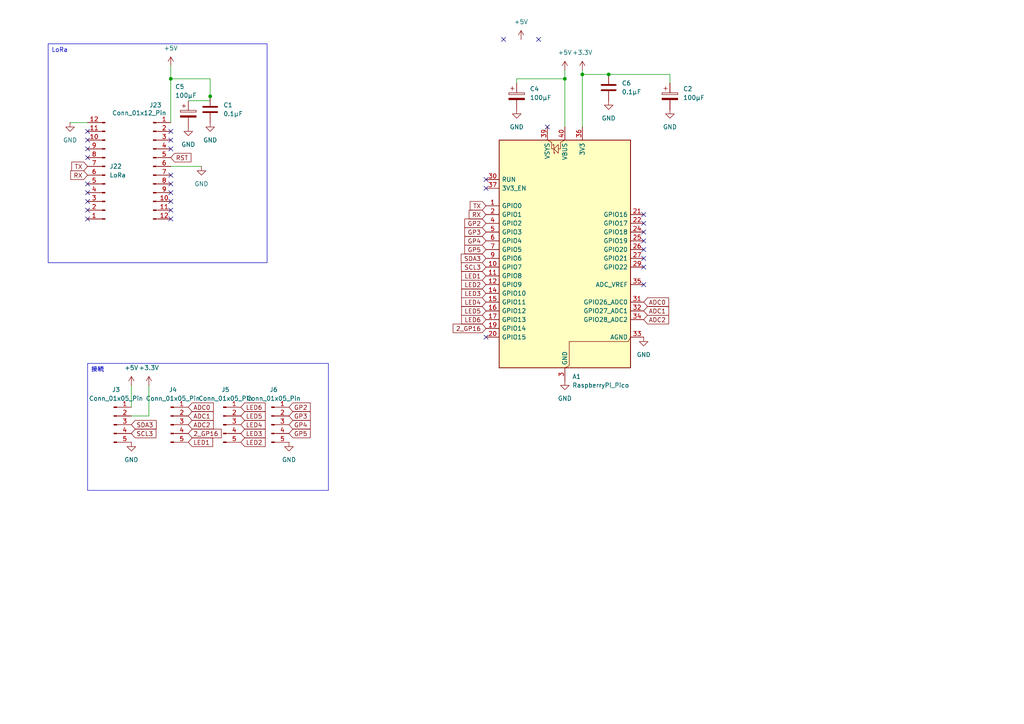
<source format=kicad_sch>
(kicad_sch (version 20250114) (generator "eeschema") (generator_version "9.0")
  (paper "A4")
  (lib_symbols
    (symbol "Connector:Conn_01x05_Pin" (pin_names (offset 1.016) (hide yes))
      (property "Reference" "J" (at 0 7.62 0))
      (property "Value" "Conn_01x05_Pin" (at 0 -7.62 0))
      (symbol "Conn_01x05_Pin_1_1"
        (rectangle (start 0.8636 5.207) (end 0 4.953) (stroke (width 0.1524)) (fill (type outline)))
        (rectangle (start 0.8636 2.667) (end 0 2.413) (stroke (width 0.1524)) (fill (type outline)))
        (rectangle (start 0.8636 0.127) (end 0 -0.127) (stroke (width 0.1524)) (fill (type outline)))
        (rectangle (start 0.8636 -2.413) (end 0 -2.667) (stroke (width 0.1524)) (fill (type outline)))
        (rectangle (start 0.8636 -4.953) (end 0 -5.207) (stroke (width 0.1524)) (fill (type outline)))
        (polyline (pts (xy 1.27 5.08) (xy 0.8636 5.08)) (stroke (width 0.1524)))
        (polyline (pts (xy 1.27 2.54) (xy 0.8636 2.54)) (stroke (width 0.1524)))
        (polyline (pts (xy 1.27 0) (xy 0.8636 0)) (stroke (width 0.1524)))
        (polyline (pts (xy 1.27 -2.54) (xy 0.8636 -2.54)) (stroke (width 0.1524)))
        (polyline (pts (xy 1.27 -5.08) (xy 0.8636 -5.08)) (stroke (width 0.1524)))
        (pin passive line (at 5.08 5.08 180) (length 3.81) (name "Pin_1") (number "1"))
        (pin passive line (at 5.08 2.54 180) (length 3.81) (name "Pin_2") (number "2"))
        (pin passive line (at 5.08 0 180) (length 3.81) (name "Pin_3") (number "3"))
        (pin passive line (at 5.08 -2.54 180) (length 3.81) (name "Pin_4") (number "4"))
        (pin passive line (at 5.08 -5.08 180) (length 3.81) (name "Pin_5") (number "5"))
      )
    )
    (symbol "Connector:Conn_01x12_Pin" (pin_names (offset 1.016) (hide yes))
      (property "Reference" "J" (at 0 15.24 0))
      (property "Value" "Conn_01x12_Pin" (at 0 -17.78 0))
      (symbol "Conn_01x12_Pin_1_1"
        (rectangle (start 0.8636 12.827) (end 0 12.573) (stroke (width 0.1524)) (fill (type outline)))
        (rectangle (start 0.8636 10.287) (end 0 10.033) (stroke (width 0.1524)) (fill (type outline)))
        (rectangle (start 0.8636 7.747) (end 0 7.493) (stroke (width 0.1524)) (fill (type outline)))
        (rectangle (start 0.8636 5.207) (end 0 4.953) (stroke (width 0.1524)) (fill (type outline)))
        (rectangle (start 0.8636 2.667) (end 0 2.413) (stroke (width 0.1524)) (fill (type outline)))
        (rectangle (start 0.8636 0.127) (end 0 -0.127) (stroke (width 0.1524)) (fill (type outline)))
        (rectangle (start 0.8636 -2.413) (end 0 -2.667) (stroke (width 0.1524)) (fill (type outline)))
        (rectangle (start 0.8636 -4.953) (end 0 -5.207) (stroke (width 0.1524)) (fill (type outline)))
        (rectangle (start 0.8636 -7.493) (end 0 -7.747) (stroke (width 0.1524)) (fill (type outline)))
        (rectangle (start 0.8636 -10.033) (end 0 -10.287) (stroke (width 0.1524)) (fill (type outline)))
        (rectangle (start 0.8636 -12.573) (end 0 -12.827) (stroke (width 0.1524)) (fill (type outline)))
        (rectangle (start 0.8636 -15.113) (end 0 -15.367) (stroke (width 0.1524)) (fill (type outline)))
        (polyline (pts (xy 1.27 12.7) (xy 0.8636 12.7)) (stroke (width 0.1524)))
        (polyline (pts (xy 1.27 10.16) (xy 0.8636 10.16)) (stroke (width 0.1524)))
        (polyline (pts (xy 1.27 7.62) (xy 0.8636 7.62)) (stroke (width 0.1524)))
        (polyline (pts (xy 1.27 5.08) (xy 0.8636 5.08)) (stroke (width 0.1524)))
        (polyline (pts (xy 1.27 2.54) (xy 0.8636 2.54)) (stroke (width 0.1524)))
        (polyline (pts (xy 1.27 0) (xy 0.8636 0)) (stroke (width 0.1524)))
        (polyline (pts (xy 1.27 -2.54) (xy 0.8636 -2.54)) (stroke (width 0.1524)))
        (polyline (pts (xy 1.27 -5.08) (xy 0.8636 -5.08)) (stroke (width 0.1524)))
        (polyline (pts (xy 1.27 -7.62) (xy 0.8636 -7.62)) (stroke (width 0.1524)))
        (polyline (pts (xy 1.27 -10.16) (xy 0.8636 -10.16)) (stroke (width 0.1524)))
        (polyline (pts (xy 1.27 -12.7) (xy 0.8636 -12.7)) (stroke (width 0.1524)))
        (polyline (pts (xy 1.27 -15.24) (xy 0.8636 -15.24)) (stroke (width 0.1524)))
        (pin passive line (at 5.08 12.7 180) (length 3.81) (name "Pin_1") (number "1"))
        (pin passive line (at 5.08 10.16 180) (length 3.81) (name "Pin_2") (number "2"))
        (pin passive line (at 5.08 7.62 180) (length 3.81) (name "Pin_3") (number "3"))
        (pin passive line (at 5.08 5.08 180) (length 3.81) (name "Pin_4") (number "4"))
        (pin passive line (at 5.08 2.54 180) (length 3.81) (name "Pin_5") (number "5"))
        (pin passive line (at 5.08 0 180) (length 3.81) (name "Pin_6") (number "6"))
        (pin passive line (at 5.08 -2.54 180) (length 3.81) (name "Pin_7") (number "7"))
        (pin passive line (at 5.08 -5.08 180) (length 3.81) (name "Pin_8") (number "8"))
        (pin passive line (at 5.08 -7.62 180) (length 3.81) (name "Pin_9") (number "9"))
        (pin passive line (at 5.08 -10.16 180) (length 3.81) (name "Pin_10") (number "10"))
        (pin passive line (at 5.08 -12.7 180) (length 3.81) (name "Pin_11") (number "11"))
        (pin passive line (at 5.08 -15.24 180) (length 3.81) (name "Pin_12") (number "12"))
      )
    )
    (symbol "Device:C" (pin_numbers (hide yes)) (pin_names (offset 0.254))
      (property "Reference" "C" (at 0.635 2.54 0))
      (property "Value" "C" (at 0.635 -2.54 0))
      (symbol "C_0_1"
        (polyline (pts (xy -2.032 0.762) (xy 2.032 0.762)) (stroke (width 0.508)))
        (polyline (pts (xy -2.032 -0.762) (xy 2.032 -0.762)) (stroke (width 0.508)))
      )
      (symbol "C_1_1"
        (pin passive line (at 0 3.81 270) (length 2.794) (name "~") (number "1"))
        (pin passive line (at 0 -3.81 90) (length 2.794) (name "~") (number "2"))
      )
    )
    (symbol "Device:C_Polarized" (pin_numbers (hide yes)) (pin_names (offset 0.254))
      (property "Reference" "C" (at 0.635 2.54 0))
      (property "Value" "C_Polarized" (at 0.635 -2.54 0))
      (symbol "C_Polarized_0_1"
        (rectangle (start -2.286 0.508) (end 2.286 1.016))
        (polyline (pts (xy -1.778 2.286) (xy -0.762 2.286)))
        (polyline (pts (xy -1.27 2.794) (xy -1.27 1.778)))
        (rectangle (start 2.286 -0.508) (end -2.286 -1.016) (fill (type outline)))
      )
      (symbol "C_Polarized_1_1"
        (pin passive line (at 0 3.81 270) (length 2.794) (name "~") (number "1"))
        (pin passive line (at 0 -3.81 90) (length 2.794) (name "~") (number "2"))
      )
    )
    (symbol "MCU_Module:RaspberryPi_Pico" (pin_names (offset 0.762))
      (property "Reference" "A" (at -19.05 35.56 0))
      (property "Value" "RaspberryPi_Pico" (at 7.62 35.56 0))
      (symbol "RaspberryPi_Pico_0_1"
        (rectangle (start -19.05 34.29) (end 19.05 -31.75) (stroke (width 0.254)) (fill (type background)))
        (polyline (pts (xy -5.08 34.29) (xy -3.81 33.655) (xy -3.81 31.75) (xy -3.175 31.75)))
        (polyline (pts (xy -3.429 32.766) (xy -3.429 33.02) (xy -3.175 33.02) (xy -3.175 30.48) (xy -2.921 30.48) (xy -2.921 30.734)))
        (polyline (pts (xy -3.175 31.75) (xy -1.905 33.02) (xy -1.905 30.48) (xy -3.175 31.75)))
        (polyline (pts (xy 0 34.29) (xy -1.27 33.655) (xy -1.27 31.75) (xy -1.905 31.75)))
        (polyline (pts (xy 0 -31.75) (xy 1.27 -31.115) (xy 1.27 -24.13) (xy 18.415 -24.13) (xy 19.05 -22.86)))
      )
      (symbol "RaspberryPi_Pico_1_1"
        (pin passive line (at -22.86 22.86 0) (length 3.81) (name "RUN") (number "30"))
        (pin passive line (at -22.86 20.32 0) (length 3.81) (name "3V3_EN") (number "37"))
        (pin bidirectional line (at -22.86 15.24 0) (length 3.81) (name "GPIO0") (number "1"))
        (pin bidirectional line (at -22.86 12.7 0) (length 3.81) (name "GPIO1") (number "2"))
        (pin bidirectional line (at -22.86 10.16 0) (length 3.81) (name "GPIO2") (number "4"))
        (pin bidirectional line (at -22.86 7.62 0) (length 3.81) (name "GPIO3") (number "5"))
        (pin bidirectional line (at -22.86 5.08 0) (length 3.81) (name "GPIO4") (number "6"))
        (pin bidirectional line (at -22.86 2.54 0) (length 3.81) (name "GPIO5") (number "7"))
        (pin bidirectional line (at -22.86 0 0) (length 3.81) (name "GPIO6") (number "9"))
        (pin bidirectional line (at -22.86 -2.54 0) (length 3.81) (name "GPIO7") (number "10"))
        (pin bidirectional line (at -22.86 -5.08 0) (length 3.81) (name "GPIO8") (number "11"))
        (pin bidirectional line (at -22.86 -7.62 0) (length 3.81) (name "GPIO9") (number "12"))
        (pin bidirectional line (at -22.86 -10.16 0) (length 3.81) (name "GPIO10") (number "14"))
        (pin bidirectional line (at -22.86 -12.7 0) (length 3.81) (name "GPIO11") (number "15"))
        (pin bidirectional line (at -22.86 -15.24 0) (length 3.81) (name "GPIO12") (number "16"))
        (pin bidirectional line (at -22.86 -17.78 0) (length 3.81) (name "GPIO13") (number "17"))
        (pin bidirectional line (at -22.86 -20.32 0) (length 3.81) (name "GPIO14") (number "19"))
        (pin bidirectional line (at -22.86 -22.86 0) (length 3.81) (name "GPIO15") (number "20"))
        (pin power_in line (at -5.08 38.1 270) (length 3.81) (name "VSYS") (number "39"))
        (pin power_out line (at 0 38.1 270) (length 3.81) (name "VBUS") (number "40"))
        (pin passive line (at 0 -35.56 90) (length 3.81) (hide yes) (name "GND") (number "13"))
        (pin passive line (at 0 -35.56 90) (length 3.81) (hide yes) (name "GND") (number "18"))
        (pin passive line (at 0 -35.56 90) (length 3.81) (hide yes) (name "GND") (number "23"))
        (pin passive line (at 0 -35.56 90) (length 3.81) (hide yes) (name "GND") (number "28"))
        (pin power_out line (at 0 -35.56 90) (length 3.81) (name "GND") (number "3"))
        (pin passive line (at 0 -35.56 90) (length 3.81) (hide yes) (name "GND") (number "38"))
        (pin passive line (at 0 -35.56 90) (length 3.81) (hide yes) (name "GND") (number "8"))
        (pin power_out line (at 5.08 38.1 270) (length 3.81) (name "3V3") (number "36"))
        (pin bidirectional line (at 22.86 12.7 180) (length 3.81) (name "GPIO16") (number "21"))
        (pin bidirectional line (at 22.86 10.16 180) (length 3.81) (name "GPIO17") (number "22"))
        (pin bidirectional line (at 22.86 7.62 180) (length 3.81) (name "GPIO18") (number "24"))
        (pin bidirectional line (at 22.86 5.08 180) (length 3.81) (name "GPIO19") (number "25"))
        (pin bidirectional line (at 22.86 2.54 180) (length 3.81) (name "GPIO20") (number "26"))
        (pin bidirectional line (at 22.86 0 180) (length 3.81) (name "GPIO21") (number "27"))
        (pin bidirectional line (at 22.86 -2.54 180) (length 3.81) (name "GPIO22") (number "29"))
        (pin power_in line (at 22.86 -7.62 180) (length 3.81) (name "ADC_VREF") (number "35"))
        (pin bidirectional line (at 22.86 -12.7 180) (length 3.81) (name "GPIO26_ADC0") (number "31"))
        (pin bidirectional line (at 22.86 -15.24 180) (length 3.81) (name "GPIO27_ADC1") (number "32"))
        (pin bidirectional line (at 22.86 -17.78 180) (length 3.81) (name "GPIO28_ADC2") (number "34"))
        (pin power_out line (at 22.86 -22.86 180) (length 3.81) (name "AGND") (number "33"))
      )
    )
    (symbol "power:+3.3V" (power) (pin_numbers (hide yes)) (pin_names (offset 0) (hide yes))
      (property "Value" "+3.3V" (at 0 3.556 0))
      (symbol "+3.3V_0_1"
        (polyline (pts (xy -0.762 1.27) (xy 0 2.54)))
        (polyline (pts (xy 0 2.54) (xy 0.762 1.27)))
        (polyline (pts (xy 0 0) (xy 0 2.54)))
      )
      (symbol "+3.3V_1_1"
        (pin power_in line (at 0 0 90) (length 0) (name "~") (number "1"))
      )
    )
    (symbol "power:+5V" (power) (pin_numbers (hide yes)) (pin_names (offset 0) (hide yes))
      (property "Value" "+5V" (at 0 3.556 0))
      (symbol "+5V_0_1"
        (polyline (pts (xy -0.762 1.27) (xy 0 2.54)))
        (polyline (pts (xy 0 2.54) (xy 0.762 1.27)))
        (polyline (pts (xy 0 0) (xy 0 2.54)))
      )
      (symbol "+5V_1_1"
        (pin power_in line (at 0 0 90) (length 0) (name "~") (number "1"))
      )
    )
    (symbol "power:GND" (power) (pin_numbers (hide yes)) (pin_names (offset 0) (hide yes))
      (property "Value" "GND" (at 0 -3.81 0))
      (symbol "GND_0_1"
        (polyline (pts (xy 0 0) (xy 0 -1.27) (xy 1.27 -1.27) (xy 0 -2.54) (xy -1.27 -1.27) (xy 0 -1.27)))
      )
      (symbol "GND_1_1"
        (pin power_in line (at 0 0 270) (length 0) (name "~") (number "1"))
      )
    )
  )
  (text_box "接続" (at 25.4 105.41 0) (size 69.85 36.83) (margins 0.9525 0.9525 0.9525 0.9525) (effects (font (size 1.27 1.27)) (justify left top)))
  (text_box "LoRa" (at 13.97 12.7 0) (size 63.5 63.5) (margins 0.9525 0.9525 0.9525 0.9525) (effects (font (size 1.27 1.27)) (justify left top)))
  (junction (at 60.96 27.94))
  (junction (at 163.83 22.86))
  (junction (at 176.53 21.59))
  (junction (at 49.53 22.86))
  (junction (at 168.91 21.59))
  (no_connect (at 25.4 53.34))
  (no_connect (at 156.21 11.43))
  (no_connect (at 25.4 60.96))
  (no_connect (at 49.53 50.8))
  (no_connect (at 25.4 38.1))
  (no_connect (at 49.53 40.64))
  (no_connect (at 49.53 38.1))
  (no_connect (at 49.53 63.5))
  (no_connect (at 186.69 62.23))
  (no_connect (at 186.69 82.55))
  (no_connect (at 186.69 77.47))
  (no_connect (at 25.4 45.72))
  (no_connect (at 186.69 67.31))
  (no_connect (at 49.53 58.42))
  (no_connect (at 25.4 40.64))
  (no_connect (at 49.53 60.96))
  (no_connect (at 140.97 52.07))
  (no_connect (at 49.53 53.34))
  (no_connect (at 25.4 63.5))
  (no_connect (at 186.69 72.39))
  (no_connect (at 186.69 69.85))
  (no_connect (at 140.97 54.61))
  (no_connect (at 49.53 43.18))
  (no_connect (at 186.69 74.93))
  (no_connect (at 25.4 58.42))
  (no_connect (at 25.4 43.18))
  (no_connect (at 25.4 55.88))
  (no_connect (at 158.75 36.83))
  (no_connect (at 186.69 64.77))
  (no_connect (at 140.97 97.79))
  (no_connect (at 49.53 55.88))
  (no_connect (at 146.05 11.43))
  (wire (pts (xy 49.53 22.86) (xy 49.53 35.56)))
  (wire (pts (xy 38.1 111.76) (xy 38.1 118.11)))
  (wire (pts (xy 20.32 35.56) (xy 25.4 35.56)))
  (wire (pts (xy 43.18 111.76) (xy 43.18 120.65)))
  (wire (pts (xy 60.96 22.86) (xy 49.53 22.86)))
  (wire (pts (xy 49.53 19.05) (xy 49.53 22.86)))
  (wire (pts (xy 60.96 29.21) (xy 60.96 27.94)))
  (wire (pts (xy 194.31 24.13) (xy 194.31 21.59)))
  (wire (pts (xy 43.18 120.65) (xy 38.1 120.65)))
  (wire (pts (xy 176.53 21.59) (xy 194.31 21.59)))
  (wire (pts (xy 163.83 22.86) (xy 149.86 22.86)))
  (wire (pts (xy 163.83 20.32) (xy 163.83 22.86)))
  (wire (pts (xy 149.86 22.86) (xy 149.86 24.13)))
  (wire (pts (xy 168.91 21.59) (xy 176.53 21.59)))
  (wire (pts (xy 58.42 48.26) (xy 49.53 48.26)))
  (wire (pts (xy 60.96 27.94) (xy 60.96 22.86)))
  (wire (pts (xy 168.91 21.59) (xy 168.91 36.83)))
  (wire (pts (xy 163.83 22.86) (xy 163.83 36.83)))
  (wire (pts (xy 168.91 20.32) (xy 168.91 21.59)))
  (wire (pts (xy 54.61 29.21) (xy 60.96 29.21)))
  (global_label "LED1" (shape input) (at 54.61 128.27 0) (property "Intersheetrefs" "${INTERSHEET_REFS}" (effects (hide yes))))
  (global_label "LED4" (shape input) (at 69.85 123.19 0) (property "Intersheetrefs" "${INTERSHEET_REFS}" (effects (hide yes))))
  (global_label "LED5" (shape input) (at 140.97 90.17 180) (property "Intersheetrefs" "${INTERSHEET_REFS}" (effects (hide yes))))
  (global_label "LED5" (shape input) (at 69.85 120.65 0) (property "Intersheetrefs" "${INTERSHEET_REFS}" (effects (hide yes))))
  (global_label "LED3" (shape input) (at 140.97 85.09 180) (property "Intersheetrefs" "${INTERSHEET_REFS}" (effects (hide yes))))
  (global_label "SDA3" (shape input) (at 38.1 123.19 0) (property "Intersheetrefs" "${INTERSHEET_REFS}" (effects (hide yes))))
  (global_label "LED2" (shape input) (at 140.97 82.55 180) (property "Intersheetrefs" "${INTERSHEET_REFS}" (effects (hide yes))))
  (global_label "GP2" (shape input) (at 140.97 64.77 180) (property "Intersheetrefs" "${INTERSHEET_REFS}" (effects (hide yes))))
  (global_label "ADC0" (shape input) (at 54.61 118.11 0) (property "Intersheetrefs" "${INTERSHEET_REFS}" (effects (hide yes))))
  (global_label "GP4" (shape input) (at 83.82 123.19 0) (property "Intersheetrefs" "${INTERSHEET_REFS}" (effects (hide yes))))
  (global_label "TX" (shape input) (at 140.97 59.69 180) (property "Intersheetrefs" "${INTERSHEET_REFS}" (effects (hide yes))))
  (global_label "GP5" (shape input) (at 140.97 72.39 180) (property "Intersheetrefs" "${INTERSHEET_REFS}" (effects (hide yes))))
  (global_label "ADC0" (shape input) (at 186.69 87.63 0) (property "Intersheetrefs" "${INTERSHEET_REFS}" (effects (hide yes))))
  (global_label "TX" (shape input) (at 25.4 48.26 180) (property "Intersheetrefs" "${INTERSHEET_REFS}" (effects (hide yes))))
  (global_label "LED2" (shape input) (at 69.85 128.27 0) (property "Intersheetrefs" "${INTERSHEET_REFS}" (effects (hide yes))))
  (global_label "ADC2" (shape input) (at 186.69 92.71 0) (property "Intersheetrefs" "${INTERSHEET_REFS}" (effects (hide yes))))
  (global_label "ADC2" (shape input) (at 54.61 123.19 0) (property "Intersheetrefs" "${INTERSHEET_REFS}" (effects (hide yes))))
  (global_label "RX" (shape input) (at 140.97 62.23 180) (property "Intersheetrefs" "${INTERSHEET_REFS}" (effects (hide yes))))
  (global_label "RST" (shape input) (at 49.53 45.72 0) (property "Intersheetrefs" "${INTERSHEET_REFS}" (effects (hide yes))))
  (global_label "GP4" (shape input) (at 140.97 69.85 180) (property "Intersheetrefs" "${INTERSHEET_REFS}" (effects (hide yes))))
  (global_label "GP3" (shape input) (at 140.97 67.31 180) (property "Intersheetrefs" "${INTERSHEET_REFS}" (effects (hide yes))))
  (global_label "SDA3" (shape input) (at 140.97 74.93 180) (property "Intersheetrefs" "${INTERSHEET_REFS}" (effects (hide yes))))
  (global_label "GP5" (shape input) (at 83.82 125.73 0) (property "Intersheetrefs" "${INTERSHEET_REFS}" (effects (hide yes))))
  (global_label "GP2" (shape input) (at 83.82 118.11 0) (property "Intersheetrefs" "${INTERSHEET_REFS}" (effects (hide yes))))
  (global_label "LED1" (shape input) (at 140.97 80.01 180) (property "Intersheetrefs" "${INTERSHEET_REFS}" (effects (hide yes))))
  (global_label "GP3" (shape input) (at 83.82 120.65 0) (property "Intersheetrefs" "${INTERSHEET_REFS}" (effects (hide yes))))
  (global_label "2_GP16" (shape input) (at 54.61 125.73 0) (property "Intersheetrefs" "${INTERSHEET_REFS}" (effects (hide yes))))
  (global_label "LED6" (shape input) (at 140.97 92.71 180) (property "Intersheetrefs" "${INTERSHEET_REFS}" (effects (hide yes))))
  (global_label "2_GP16" (shape input) (at 140.97 95.25 180) (property "Intersheetrefs" "${INTERSHEET_REFS}" (effects (hide yes))))
  (global_label "LED4" (shape input) (at 140.97 87.63 180) (property "Intersheetrefs" "${INTERSHEET_REFS}" (effects (hide yes))))
  (global_label "SCL3" (shape input) (at 140.97 77.47 180) (property "Intersheetrefs" "${INTERSHEET_REFS}" (effects (hide yes))))
  (global_label "ADC1" (shape input) (at 54.61 120.65 0) (property "Intersheetrefs" "${INTERSHEET_REFS}" (effects (hide yes))))
  (global_label "LED3" (shape input) (at 69.85 125.73 0) (property "Intersheetrefs" "${INTERSHEET_REFS}" (effects (hide yes))))
  (global_label "LED6" (shape input) (at 69.85 118.11 0) (property "Intersheetrefs" "${INTERSHEET_REFS}" (effects (hide yes))))
  (global_label "SCL3" (shape input) (at 38.1 125.73 0) (property "Intersheetrefs" "${INTERSHEET_REFS}" (effects (hide yes))))
  (global_label "RX" (shape input) (at 25.4 50.8 180) (property "Intersheetrefs" "${INTERSHEET_REFS}" (effects (hide yes))))
  (global_label "ADC1" (shape input) (at 186.69 90.17 0) (property "Intersheetrefs" "${INTERSHEET_REFS}" (effects (hide yes))))
  (symbol (lib_id "Device:C") (at 60.96 31.75 0) (unit 1)
    (property "Reference" "C1" (at 64.77 30.4799 0) (effects (justify left)))
    (property "Value" "0.1μF" (at 64.77 33.0199 0) (effects (justify left)))
    (property "Footprint" "Capacitor_SMD:C_0603_1608Metric" (effects (hide yes)))
    (property "Description" "Unpolarized capacitor" (effects (hide yes)))
  )
  (symbol (lib_id "power:+3.3V") (at 43.18 111.76 0) (unit 1)
    (property "Reference" "#PWR023" (effects (hide yes)))
    (property "Value" "+3.3V" (at 43.18 106.68 0))
    (property "Description" "Power symbol creates a global label with name \"+3.3V\"" (effects (hide yes)))
  )
  (symbol (lib_id "power:GND") (at 149.86 31.75 0) (unit 1)
    (property "Reference" "#PWR017" (effects (hide yes)))
    (property "Value" "GND" (at 149.86 36.83 0))
    (property "Description" "Power symbol creates a global label with name \"GND\" , ground" (effects (hide yes)))
  )
  (symbol (lib_id "Connector:Conn_01x05_Pin") (at 33.02 123.19 0) (unit 1)
    (property "Reference" "J3" (at 33.655 113.03 0))
    (property "Value" "Conn_01x05_Pin" (at 33.655 115.57 0))
    (property "Footprint" "Connector_PinHeader_2.54mm:PinHeader_1x05_P2.54mm_Vertical" (effects (hide yes)))
    (property "Description" "Generic connector, single row, 01x05, script generated" (effects (hide yes)))
  )
  (symbol (lib_id "Connector:Conn_01x05_Pin") (at 78.74 123.19 0) (unit 1)
    (property "Reference" "J6" (at 79.375 113.03 0))
    (property "Value" "Conn_01x05_Pin" (at 79.375 115.57 0))
    (property "Footprint" "Connector_PinHeader_2.54mm:PinHeader_1x05_P2.54mm_Vertical" (effects (hide yes)))
    (property "Description" "Generic connector, single row, 01x05, script generated" (effects (hide yes)))
  )
  (symbol (lib_id "Device:C") (at 176.53 25.4 0) (unit 1)
    (property "Reference" "C6" (at 180.34 24.1299 0) (effects (justify left)))
    (property "Value" "0.1μF" (at 180.34 26.6699 0) (effects (justify left)))
    (property "Footprint" "Capacitor_SMD:C_0603_1608Metric" (effects (hide yes)))
    (property "Description" "Unpolarized capacitor" (effects (hide yes)))
  )
  (symbol (lib_id "Device:C_Polarized") (at 149.86 27.94 0) (unit 1)
    (property "Reference" "C4" (at 153.67 25.7809 0) (effects (justify left)))
    (property "Value" "100μF" (at 153.67 28.3209 0) (effects (justify left)))
    (property "Footprint" "Capacitor_THT:CP_Radial_D8.0mm_P3.50mm" (effects (hide yes)))
    (property "Description" "Polarized capacitor" (effects (hide yes)))
  )
  (symbol (lib_id "Device:C_Polarized") (at 194.31 27.94 0) (unit 1)
    (property "Reference" "C2" (at 198.12 25.7809 0) (effects (justify left)))
    (property "Value" "100μF" (at 198.12 28.3209 0) (effects (justify left)))
    (property "Footprint" "Capacitor_THT:CP_Radial_D8.0mm_P3.50mm" (effects (hide yes)))
    (property "Description" "Polarized capacitor" (effects (hide yes)))
  )
  (symbol (lib_id "power:GND") (at 20.32 35.56 0) (unit 1)
    (property "Reference" "#PWR025" (effects (hide yes)))
    (property "Value" "GND" (at 20.32 40.64 0))
    (property "Description" "Power symbol creates a global label with name \"GND\" , ground" (effects (hide yes)))
  )
  (symbol (lib_id "power:GND") (at 163.83 110.49 0) (unit 1)
    (property "Reference" "#PWR03" (effects (hide yes)))
    (property "Value" "GND" (at 163.83 115.57 0))
    (property "Description" "Power symbol creates a global label with name \"GND\" , ground" (effects (hide yes)))
  )
  (symbol (lib_id "power:+5V") (at 151.13 11.43 0) (unit 1)
    (property "Reference" "#PWR01" (effects (hide yes)))
    (property "Value" "+5V" (at 151.13 6.35 0))
    (property "Description" "Power symbol creates a global label with name \"+5V\"" (effects (hide yes)))
  )
  (symbol (lib_id "power:GND") (at 83.82 128.27 0) (unit 1)
    (property "Reference" "#PWR026" (effects (hide yes)))
    (property "Value" "GND" (at 83.82 133.35 0))
    (property "Description" "Power symbol creates a global label with name \"GND\" , ground" (effects (hide yes)))
  )
  (symbol (lib_id "power:GND") (at 186.69 97.79 0) (unit 1)
    (property "Reference" "#PWR013" (effects (hide yes)))
    (property "Value" "GND" (at 186.69 102.87 0))
    (property "Description" "Power symbol creates a global label with name \"GND\" , ground" (effects (hide yes)))
  )
  (symbol (lib_id "power:+5V") (at 163.83 20.32 0) (unit 1)
    (property "Reference" "#PWR02" (effects (hide yes)))
    (property "Value" "+5V" (at 163.83 15.24 0))
    (property "Description" "Power symbol creates a global label with name \"+5V\"" (effects (hide yes)))
  )
  (symbol (lib_id "Connector:Conn_01x05_Pin") (at 64.77 123.19 0) (unit 1)
    (property "Reference" "J5" (at 65.405 113.03 0))
    (property "Value" "Conn_01x05_Pin" (at 65.405 115.57 0))
    (property "Footprint" "Connector_PinHeader_2.54mm:PinHeader_1x05_P2.54mm_Vertical" (effects (hide yes)))
    (property "Description" "Generic connector, single row, 01x05, script generated" (effects (hide yes)))
  )
  (symbol (lib_id "MCU_Module:RaspberryPi_Pico") (at 163.83 74.93 0) (unit 1)
    (property "Reference" "A1" (at 165.9733 109.22 0) (effects (justify left)))
    (property "Value" "RaspberryPi_Pico" (at 165.9733 111.76 0) (effects (justify left)))
    (property "Footprint" "Module:RaspberryPi_Pico_Common_Unspecified" (effects (hide yes)))
    (property "Datasheet" "https://datasheets.raspberrypi.com/pico/pico-datasheet.pdf" (effects (hide yes)))
    (property "Description" "Versatile and inexpensive microcontroller module powered by RP2040 dual-core Arm Cortex-M0+ processor up to 133 MHz, 264kB SRAM, 2MB QSPI flash; also supports Raspberry Pi Pico 2" (effects (hide yes)))
  )
  (symbol (lib_id "power:+5V") (at 49.53 19.05 0) (unit 1)
    (property "Reference" "#PWR027" (effects (hide yes)))
    (property "Value" "+5V" (at 49.53 13.97 0))
    (property "Description" "Power symbol creates a global label with name \"+5V\"" (effects (hide yes)))
  )
  (symbol (lib_id "power:GND") (at 194.31 31.75 0) (unit 1)
    (property "Reference" "#PWR016" (effects (hide yes)))
    (property "Value" "GND" (at 194.31 36.83 0))
    (property "Description" "Power symbol creates a global label with name \"GND\" , ground" (effects (hide yes)))
  )
  (symbol (lib_id "Connector:Conn_01x12_Pin") (at 44.45 48.26 0) (unit 1)
    (property "Reference" "J23" (at 45.085 30.48 0))
    (property "Value" "Conn_01x12_Pin" (at 40.386 32.766 0))
    (property "Footprint" "Connector_PinSocket_2.54mm:PinSocket_1x12_P2.54mm_Vertical" (effects (hide yes)))
    (property "Description" "Generic connector, single row, 01x12, script generated" (effects (hide yes)))
  )
  (symbol (lib_id "power:GND") (at 176.53 29.21 0) (unit 1)
    (property "Reference" "#PWR021" (effects (hide yes)))
    (property "Value" "GND" (at 176.53 34.29 0))
    (property "Description" "Power symbol creates a global label with name \"GND\" , ground" (effects (hide yes)))
  )
  (symbol (lib_id "Connector:Conn_01x12_Pin") (at 30.48 50.8 180) (unit 1)
    (property "Reference" "J22" (at 31.75 48.2599 0) (effects (justify right)))
    (property "Value" "LoRa" (at 31.75 50.7999 0) (effects (justify right)))
    (property "Footprint" "Connector_PinSocket_2.54mm:PinSocket_1x12_P2.54mm_Vertical" (effects (hide yes)))
    (property "Description" "Generic connector, single row, 01x12, script generated" (effects (hide yes)))
  )
  (symbol (lib_id "power:+5V") (at 38.1 111.76 0) (unit 1)
    (property "Reference" "#PWR022" (effects (hide yes)))
    (property "Value" "+5V" (at 38.1 106.68 0))
    (property "Description" "Power symbol creates a global label with name \"+5V\"" (effects (hide yes)))
  )
  (symbol (lib_id "power:+3.3V") (at 168.91 20.32 0) (unit 1)
    (property "Reference" "#PWR05" (effects (hide yes)))
    (property "Value" "+3.3V" (at 168.91 15.24 0))
    (property "Description" "Power symbol creates a global label with name \"+3.3V\"" (effects (hide yes)))
  )
  (symbol (lib_id "power:GND") (at 60.96 35.56 0) (unit 1)
    (property "Reference" "#PWR014" (effects (hide yes)))
    (property "Value" "GND" (at 60.96 40.64 0))
    (property "Description" "Power symbol creates a global label with name \"GND\" , ground" (effects (hide yes)))
  )
  (symbol (lib_id "Connector:Conn_01x05_Pin") (at 49.53 123.19 0) (unit 1)
    (property "Reference" "J4" (at 50.165 113.03 0))
    (property "Value" "Conn_01x05_Pin" (at 50.165 115.57 0))
    (property "Footprint" "Connector_PinHeader_2.54mm:PinHeader_1x05_P2.54mm_Vertical" (effects (hide yes)))
    (property "Description" "Generic connector, single row, 01x05, script generated" (effects (hide yes)))
  )
  (symbol (lib_id "Device:C_Polarized") (at 54.61 33.02 0) (unit 1)
    (property "Reference" "C5" (at 50.8 25.146 0) (effects (justify left)))
    (property "Value" "100μF" (at 50.8 27.686 0) (effects (justify left)))
    (property "Footprint" "Capacitor_THT:CP_Radial_D8.0mm_P3.50mm" (effects (hide yes)))
    (property "Description" "Polarized capacitor" (effects (hide yes)))
  )
  (symbol (lib_id "power:GND") (at 58.42 48.26 0) (unit 1)
    (property "Reference" "#PWR037" (effects (hide yes)))
    (property "Value" "GND" (at 58.42 53.34 0))
    (property "Description" "Power symbol creates a global label with name \"GND\" , ground" (effects (hide yes)))
  )
  (symbol (lib_id "power:GND") (at 38.1 128.27 0) (unit 1)
    (property "Reference" "#PWR024" (effects (hide yes)))
    (property "Value" "GND" (at 38.1 133.35 0))
    (property "Description" "Power symbol creates a global label with name \"GND\" , ground" (effects (hide yes)))
  )
  (symbol (lib_id "power:GND") (at 54.61 36.83 0) (unit 1)
    (property "Reference" "#PWR018" (effects (hide yes)))
    (property "Value" "GND" (at 54.61 41.91 0))
    (property "Description" "Power symbol creates a global label with name \"GND\" , ground" (effects (hide yes)))
  )
)
</source>
